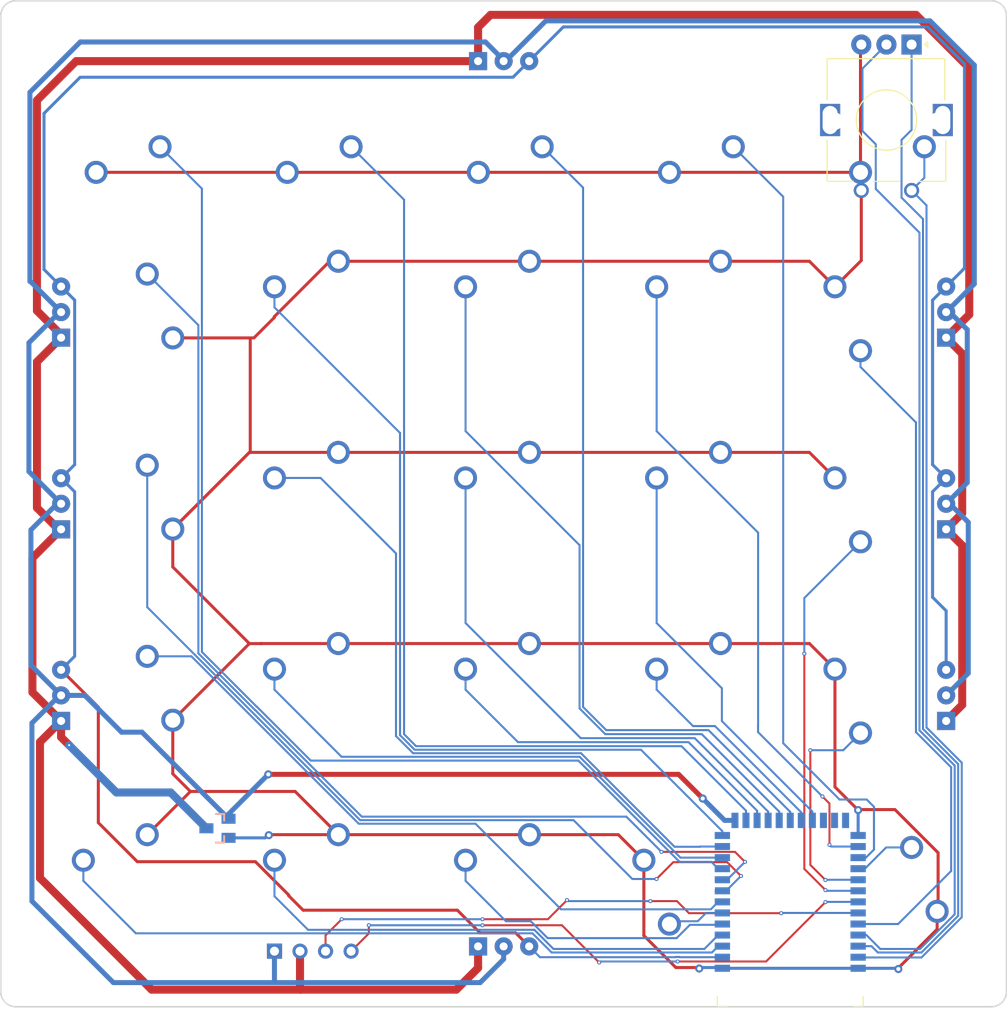
<source format=kicad_pcb>
(kicad_pcb (version 20211014) (generator pcbnew)
  (title_block (title "ortho-board") (rev "v1.0.0") (company "Unknown"))
  (layers (0 "F.Cu" signal) (31 "B.Cu" signal) (34 "B.Paste" user) (35 "F.Paste" user) (36 "B.SilkS" user "B.Silkscreen") (37 "F.SilkS" user "F.Silkscreen") (38 "B.Mask" user) (39 "F.Mask" user) (44 "Edge.Cuts" user))
  (net 0 "")
  (net 1 "GND")
  (net 2 "m_c1_r1")
  (net 3 "m_c1_r2")
  (net 4 "m_c1_r3")
  (net 5 "m_c1_r4")
  (net 6 "m_c1_r5")
  (net 7 "m_c2_r1")
  (net 8 "m_c2_r2")
  (net 9 "m_c2_r3")
  (net 10 "m_c2_r4")
  (net 11 "m_c2_r5")
  (net 12 "m_c3_r1")
  (net 13 "m_c3_r2")
  (net 14 "m_c3_r3")
  (net 15 "m_c3_r4")
  (net 16 "m_c3_r5")
  (net 17 "m_c4_r1")
  (net 18 "m_c4_r2")
  (net 19 "m_c4_r3")
  (net 20 "m_c4_r4")
  (net 21 "m_c4_r5")
  (net 22 "m_c5_r1")
  (net 23 "m_c5_r2")
  (net 24 "m_c5_r3")
  (net 25 "m_c5_r4")
  (net 26 "m_c5_r5")
  (net 27 "DMIN")
  (net 28 "DPLUS")
  (net 29 "ECA")
  (net 30 "ECC")
  (net 31 "XTRA")
  (net 32 "SWDCLK")
  (net 33 "SWDIO")
  (net 34 "VBUS")
  (net 35 "VCC")
  (net 36 "GND_P")
  (footprint "MX" (layer "F.Cu") (at 69.025 -31.025)
    (fp_text reference "S17" hide)
    (fp_text value "" hide)
  )
  (footprint "MX" (layer "F.Cu") (at 12.025 -12.025)
    (fp_text reference "S1" hide)
    (fp_text value "" hide)
  )
  (footprint "MX" (layer "F.Cu") (at 12.025 -69.025 -90)
    (fp_text reference "S4" hide)
    (fp_text value "" hide)
  )
  (footprint "MX" (layer "F.Cu") (at 50.025 -50.025)
    (fp_text reference "S13" hide)
    (fp_text value "" hide)
  )
  (footprint "MX" (layer "F.Cu") (at 69.025 -88.025 180)
    (fp_text reference "S20" hide)
    (fp_text value "" hide)
  )
  (footprint "MX" (layer "F.Cu") (at 31.025 -88.025 180)
    (fp_text reference "S10" hide)
    (fp_text value "" hide)
  )
  (footprint "four_pin_header" (layer "F.Cu") (at 31.025 -5.525 90)
    (fp_text reference "")
    (fp_text value "")
  )
  (footprint "MX" (layer "F.Cu") (at 50.025 -12.025)
    (fp_text reference "S11" hide)
    (fp_text value "" hide)
  )
  (footprint "MountingHole:MountingHole_2.2mm_M2" (layer "F.Cu") (at 97.5 -97.5)
    (fp_text reference "")
    (fp_text value "")
  )
  (footprint "MX" (layer "F.Cu") (at 69.025 -12.025 90)
    (fp_text reference "S16" hide)
    (fp_text value "" hide)
  )
  (footprint "MX" (layer "F.Cu") (at 12.025 -31.025 -90)
    (fp_text reference "S2" hide)
    (fp_text value "" hide)
  )
  (footprint "MX" (layer "F.Cu") (at 31.025 -12.025)
    (fp_text reference "S6" hide)
    (fp_text value "" hide)
  )
  (footprint "MX" (layer "F.Cu") (at 50.025 -69.025)
    (fp_text reference "S14" hide)
    (fp_text value "" hide)
  )
  (footprint "MountingHole:MountingHole_2.2mm_M2" (layer "F.Cu") (at 97.5 -2.5)
    (fp_text reference "")
    (fp_text value "")
  )
  (footprint "MX" (layer "F.Cu") (at 88.025 -50.025 90)
    (fp_text reference "S23" hide)
    (fp_text value "" hide)
  )
  (footprint "rotary_encoder" (layer "F.Cu") (at 88.025 -88.025 -90)
    (fp_text reference "ROT1" hide)
    (fp_text value "")
  )
  (footprint "MX" (layer "F.Cu") (at 88.025 -12.025 -90)
    (fp_text reference "S21" hide)
    (fp_text value "" hide)
  )
  (footprint "MX" (layer "F.Cu") (at 31.025 -50.025)
    (fp_text reference "S8" hide)
    (fp_text value "" hide)
  )
  (footprint "MX" (layer "F.Cu") (at 69.025 -50.025)
    (fp_text reference "S18" hide)
    (fp_text value "" hide)
  )
  (footprint "MX" (layer "F.Cu") (at 12.025 -88.025 180)
    (fp_text reference "S5" hide)
    (fp_text value "" hide)
  )
  (footprint "MountingHole:MountingHole_2.2mm_M2" (layer "F.Cu") (at 2.5 -2.5)
    (fp_text reference "")
    (fp_text value "")
  )
  (footprint "MX" (layer "F.Cu") (at 50.025 -88.025 180)
    (fp_text reference "S15" hide)
    (fp_text value "" hide)
  )
  (footprint "MX" (layer "F.Cu") (at 31.025 -69.025)
    (fp_text reference "S9" hide)
    (fp_text value "" hide)
  )
  (footprint "MX" (layer "F.Cu") (at 69.025 -69.025)
    (fp_text reference "S19" hide)
    (fp_text value "" hide)
  )
  (footprint "MX" (layer "F.Cu") (at 88.025 -31.025 90)
    (fp_text reference "S22" hide)
    (fp_text value "" hide)
  )
  (footprint "MX" (layer "F.Cu") (at 12.025 -50.025 -90)
    (fp_text reference "S3" hide)
    (fp_text value "" hide)
  )
  (footprint "MountingHole:MountingHole_2.2mm_M2" (layer "F.Cu") (at 2.5 -97.5)
    (fp_text reference "")
    (fp_text value "")
  )
  (footprint "MX" (layer "F.Cu") (at 88.025 -69.025 90)
    (fp_text reference "S24" hide)
    (fp_text value "" hide)
  )
  (footprint "MX" (layer "F.Cu") (at 50.025 -31.025)
    (fp_text reference "S12" hide)
    (fp_text value "" hide)
  )
  (footprint "MX" (layer "F.Cu") (at 88.025 -88.025 180)
    (fp_text reference "S25" hide)
    (fp_text value "" hide)
  )
  (footprint "MX" (layer "F.Cu") (at 31.025 -31.025)
    (fp_text reference "S7" hide)
    (fp_text value "" hide)
  )
  (footprint "nRF52840_holyiot_18010" (layer "B.Cu") (at 78.5 -9.525)
    (fp_text reference "")
    (fp_text value "nRF52840_holyiot_18010")
  )
  (footprint "magnetic_connector" (layer "B.Cu") (at 94 -69.05 180)
    (fp_text reference "")
    (fp_text value "")
  )
  (footprint "magnetic_connector" (layer "B.Cu") (at 6 -30.95 180)
    (fp_text reference "")
    (fp_text value "")
  )
  (footprint "magnetic_connector" (layer "B.Cu") (at 6 -69.05 180)
    (fp_text reference "")
    (fp_text value "")
  )
  (footprint "magnetic_connector" (layer "B.Cu") (at 94 -30.95 180)
    (fp_text reference "")
    (fp_text value "")
  )
  (footprint "magnetic_connector" (layer "B.Cu") (at 50 -6 90)
    (fp_text reference "")
    (fp_text value "")
  )
  (footprint "magnetic_connector" (layer "B.Cu") (at 94 -50 180)
    (fp_text reference "")
    (fp_text value "")
  )
  (footprint "magnetic_connector" (layer "B.Cu") (at 6 -50 180)
    (fp_text reference "")
    (fp_text value "")
  )
  (footprint "SOT23" (layer "B.Cu") (at 21.55 -17.74 -90)
    (fp_text reference "")
    (fp_text value "SOT23")
  )
  (footprint "magnetic_connector" (layer "B.Cu") (at 50 -94 90)
    (fp_text reference "")
    (fp_text value "")
  )
  (gr_line (start 100 -1.5) (end 100 -98.5) (layer "Edge.Cuts") (width 0.15))
  (gr_line (start 0 -98.5) (end 0 -1.5) (layer "Edge.Cuts") (width 0.15))
  (gr_line (start 98.5 -100) (end 1.5 -100) (layer "Edge.Cuts") (width 0.15))
  (gr_arc (start 1.5 0) (mid 0.43934 -0.43934) (end 0 -1.5) (layer "Edge.Cuts") (width 0.15))
  (gr_arc (start 100 -1.5) (mid 99.56066 -0.43934) (end 98.5 0) (layer "Edge.Cuts") (width 0.15))
  (gr_arc (start 98.5 -100) (mid 99.56066 -99.56066) (end 100 -98.5) (layer "Edge.Cuts") (width 0.15))
  (gr_line (start 1.5 0) (end 98.5 0) (layer "Edge.Cuts") (width 0.15))
  (gr_arc (start 0 -98.5) (mid 0.43934 -99.56066) (end 1.5 -100) (layer "Edge.Cuts") (width 0.15))
  (segment (start 93.105 -7.705) (end 89.2 -3.8) (width 0.3) (layer "F.Cu") (net 1))
  (segment (start 85.485 -81.225) (end 85.565 -81.145) (width 0.3) (layer "F.Cu") (net 1))
  (segment (start 85.485 -82.945) (end 85.485 -95.565) (width 0.3) (layer "F.Cu") (net 1))
  (segment (start 17.105 -28.485) (end 17.105 -23.155) (width 0.3) (layer "F.Cu") (net 1))
  (segment (start 52.565 -17.105) (end 61.405 -17.105) (width 0.3) (layer "F.Cu") (net 1))
  (segment (start 82.945 -21.855) (end 82.945 -33.565) (width 0.3) (layer "F.Cu") (net 1))
  (segment (start 80.405 -36.105) (end 82.945 -33.565) (width 0.3) (layer "F.Cu") (net 1))
  (segment (start 25.9 -36.1) (end 25.905 -36.105) (width 0.3) (layer "F.Cu") (net 1))
  (segment (start 66.485 -82.945) (end 85.485 -82.945) (width 0.3) (layer "F.Cu") (net 1))
  (segment (start 25.905 -36.105) (end 33.565 -36.105) (width 0.3) (layer "F.Cu") (net 1))
  (segment (start 17.105 -43.715) (end 24.72 -36.1) (width 0.3) (layer "F.Cu") (net 1))
  (segment (start 85.2 -19.6) (end 82.945 -21.855) (width 0.3) (layer "F.Cu") (net 1))
  (segment (start 85.565 -74.185) (end 82.945 -71.565) (width 0.3) (layer "F.Cu") (net 1))
  (segment (start 85.485 -82.945) (end 85.485 -81.225) (width 0.3) (layer "F.Cu") (net 1))
  (segment (start 61.405 -17.105) (end 63.945 -14.565) (width 0.3) (layer "F.Cu") (net 1))
  (segment (start 85.565 -81.145) (end 85.565 -74.185) (width 0.3) (layer "F.Cu") (net 1))
  (segment (start 33.565 -36.105) (end 52.565 -36.105) (width 0.3) (layer "F.Cu") (net 1))
  (segment (start 71.565 -55.105) (end 80.405 -55.105) (width 0.3) (layer "F.Cu") (net 1))
  (segment (start 18.86 -21.4) (end 29.27 -21.4) (width 0.3) (layer "F.Cu") (net 1))
  (segment (start 24.815 -66.485) (end 25.173363 -66.485) (width 0.3) (layer "F.Cu") (net 1))
  (segment (start 33.565 -74.105) (end 52.565 -74.105) (width 0.3) (layer "F.Cu") (net 1))
  (segment (start 17.105 -47.485) (end 24.725 -55.105) (width 0.3) (layer "F.Cu") (net 1))
  (segment (start 93.105 -9.705) (end 93.2 -9.8) (width 0.3) (layer "F.Cu") (net 1))
  (segment (start 85.485 -95.565) (end 85.565 -95.645) (width 0.3) (layer "F.Cu") (net 1))
  (segment (start 32.705 -74.105) (end 33.565 -74.105) (width 0.3) (layer "F.Cu") (net 1))
  (segment (start 17.105 -47.485) (end 17.105 -43.715) (width 0.3) (layer "F.Cu") (net 1))
  (segment (start 24.725 -55.105) (end 24.805 -55.105) (width 0.3) (layer "F.Cu") (net 1))
  (segment (start 52.565 -55.105) (end 71.565 -55.105) (width 0.3) (layer "F.Cu") (net 1))
  (segment (start 29.27 -21.4) (end 33.565 -17.105) (width 0.3) (layer "F.Cu") (net 1))
  (segment (start 25.173363 -66.485) (end 27.195421 -68.507058) (width 0.3) (layer "F.Cu") (net 1))
  (segment (start 14.565 -17.105) (end 18.86 -21.4) (width 0.3) (layer "F.Cu") (net 1))
  (segment (start 67.122887 -3.9) (end 69.4 -3.9) (width 0.3) (layer "F.Cu") (net 1))
  (segment (start 93.105 -9.485) (end 93.105 -9.705) (width 0.3) (layer "F.Cu") (net 1))
  (segment (start 24.805 -55.105) (end 24.805 -66.475) (width 0.3) (layer "F.Cu") (net 1))
  (segment (start 27.195421 -68.595421) (end 32.705 -74.105) (width 0.3) (layer "F.Cu") (net 1))
  (segment (start 47.485 -82.945) (end 66.485 -82.945) (width 0.3) (layer "F.Cu") (net 1))
  (segment (start 93.105 -9.485) (end 93.105 -7.705) (width 0.3) (layer "F.Cu") (net 1))
  (segment (start 17.105 -23.155) (end 18.86 -21.4) (width 0.3) (layer "F.Cu") (net 1))
  (segment (start 24.72 -55.1) (end 24.8 -55.1) (width 0.3) (layer "F.Cu") (net 1))
  (segment (start 93.2 -9.8) (end 93.2 -15.31073) (width 0.3) (layer "F.Cu") (net 1))
  (segment (start 52.565 -74.105) (end 71.565 -74.105) (width 0.3) (layer "F.Cu") (net 1))
  (segment (start 24.8 -55.1) (end 24.805 -55.105) (width 0.3) (layer "F.Cu") (net 1))
  (segment (start 80.405 -55.105) (end 82.945 -52.565) (width 0.3) (layer "F.Cu") (net 1))
  (segment (start 24.805 -55.105) (end 33.565 -55.105) (width 0.3) (layer "F.Cu") (net 1))
  (segment (start 33.565 -55.105) (end 52.565 -55.105) (width 0.3) (layer "F.Cu") (net 1))
  (segment (start 63.945 -14.565) (end 63.945 -7.077887) (width 0.3) (layer "F.Cu") (net 1))
  (segment (start 24.805 -66.475) (end 24.815 -66.485) (width 0.3) (layer "F.Cu") (net 1))
  (segment (start 9.485 -82.945) (end 28.485 -82.945) (width 0.3) (layer "F.Cu") (net 1))
  (segment (start 88.91073 -19.6) (end 85.2 -19.6) (width 0.3) (layer "F.Cu") (net 1))
  (segment (start 27.195421 -68.507058) (end 27.195421 -68.595421) (width 0.3) (layer "F.Cu") (net 1))
  (segment (start 17.105 -47.485) (end 24.72 -55.1) (width 0.3) (layer "F.Cu") (net 1))
  (segment (start 80.405 -74.105) (end 82.945 -71.565) (width 0.3) (layer "F.Cu") (net 1))
  (segment (start 17.105 -28.485) (end 24.72 -36.1) (width 0.3) (layer "F.Cu") (net 1))
  (segment (start 33.565 -17.105) (end 26.605 -17.105) (width 0.3) (layer "F.Cu") (net 1))
  (segment (start 24.72 -36.1) (end 25.9 -36.1) (width 0.3) (layer "F.Cu") (net 1))
  (segment (start 71.565 -36.105) (end 80.405 -36.105) (width 0.3) (layer "F.Cu") (net 1))
  (segment (start 93.2 -15.31073) (end 88.91073 -19.6) (width 0.3) (layer "F.Cu") (net 1))
  (segment (start 17.105 -66.485) (end 24.815 -66.485) (width 0.3) (layer "F.Cu") (net 1))
  (segment (start 52.565 -36.105) (end 71.565 -36.105) (width 0.3) (layer "F.Cu") (net 1))
  (segment (start 28.485 -82.945) (end 47.485 -82.945) (width 0.3) (layer "F.Cu") (net 1))
  (segment (start 33.565 -17.105) (end 52.565 -17.105) (width 0.3) (layer "F.Cu") (net 1))
  (segment (start 71.565 -74.105) (end 80.405 -74.105) (width 0.3) (layer "F.Cu") (net 1))
  (segment (start 63.945 -7.077887) (end 67.122887 -3.9) (width 0.3) (layer "F.Cu") (net 1))
  (via (at 85.25 -19.55) (size 0.8) (drill 0.4) (layers "F.Cu" "B.Cu") (net 1))
  (via (at 26.655 -17.055) (size 0.8) (drill 0.4) (layers "F.Cu" "B.Cu") (net 1))
  (via (at 69.45 -3.8005) (size 0.8) (drill 0.4) (layers "F.Cu" "B.Cu") (net 1))
  (via (at 89.25 -3.75) (size 0.8) (drill 0.4) (layers "F.Cu" "B.Cu") (net 1))
  (segment (start 69.4 -3.9) (end 71.675 -3.9) (width 0.3) (layer "B.Cu") (net 1))
  (segment (start 71.675 -3.9) (end 71.75 -3.825) (width 0.3) (layer "B.Cu") (net 1))
  (segment (start 22.65 -16.79) (end 26.29 -16.79) (width 0.3) (layer "B.Cu") (net 1))
  (segment (start 89.2 -3.8) (end 89.175 -3.825) (width 0.3) (layer "B.Cu") (net 1))
  (segment (start 26.29 -16.79) (end 26.605 -17.105) (width 0.3) (layer "B.Cu") (net 1))
  (segment (start 85.25 -17.025) (end 85.25 -19.55) (width 0.3) (layer "B.Cu") (net 1))
  (segment (start 89.175 -3.825) (end 85.25 -3.825) (width 0.3) (layer "B.Cu") (net 1))
  (segment (start 85.25 -3.825) (end 71.75 -3.825) (width 0.3) (layer "B.Cu") (net 1))
  (segment (start 71.75 -6.025) (end 71.338 -6.025) (width 0.2) (layer "B.Cu") (net 2))
  (segment (start 71.338 -6.025) (end 70.708068 -5.395068) (width 0.2) (layer "B.Cu") (net 2))
  (segment (start 13.43639 -7.299511) (end 8.215 -12.520901) (width 0.2) (layer "B.Cu") (net 2))
  (segment (start 52.866144 -7.299511) (end 13.43639 -7.299511) (width 0.2) (layer "B.Cu") (net 2))
  (segment (start 54.770587 -5.395068) (end 52.866144 -7.299511) (width 0.2) (layer "B.Cu") (net 2))
  (segment (start 70.708068 -5.395068) (end 54.770587 -5.395068) (width 0.2) (layer "B.Cu") (net 2))
  (segment (start 8.215 -12.520901) (end 8.215 -14.565) (width 0.2) (layer "B.Cu") (net 2))
  (segment (start 70.594579 -9.681579) (end 55.718421 -9.681579) (width 0.2) (layer "B.Cu") (net 3))
  (segment (start 18.954496 -34.835) (end 14.565 -34.835) (width 0.2) (layer "B.Cu") (net 3))
  (segment (start 71.338 -10.425) (end 70.594579 -9.681579) (width 0.2) (layer "B.Cu") (net 3))
  (segment (start 71.75 -10.425) (end 71.338 -10.425) (width 0.2) (layer "B.Cu") (net 3))
  (segment (start 35.591496 -18.198) (end 18.954496 -34.835) (width 0.2) (layer "B.Cu") (net 3))
  (segment (start 47.202 -18.198) (end 35.591496 -18.198) (width 0.2) (layer "B.Cu") (net 3))
  (segment (start 55.718421 -9.681579) (end 47.202 -18.198) (width 0.2) (layer "B.Cu") (net 3))
  (segment (start 72.231579 -14.368421) (end 73.6 -13) (width 0.2) (layer "F.Cu") (net 4))
  (segment (start 66.868421 -14.368421) (end 72.231579 -14.368421) (width 0.2) (layer "F.Cu") (net 4))
  (segment (start 65.2 -12.7) (end 66.868421 -14.368421) (width 0.2) (layer "F.Cu") (net 4))
  (via (at 73.6 -13) (size 0.4) (drill 0.2) (layers "F.Cu" "B.Cu") (net 4))
  (via (at 65.2 -12.7) (size 0.4) (drill 0.2) (layers "F.Cu" "B.Cu") (net 4))
  (segment (start 14.565 -53.835) (end 14.565 -39.71878) (width 0.2) (layer "B.Cu") (net 4))
  (segment (start 56.952489 -18.547511) (end 62.8 -12.7) (width 0.2) (layer "B.Cu") (net 4))
  (segment (start 72.125 -11.525) (end 71.75 -11.525) (width 0.2) (layer "B.Cu") (net 4))
  (segment (start 35.736269 -18.547511) (end 56.952489 -18.547511) (width 0.2) (layer "B.Cu") (net 4))
  (segment (start 14.565 -39.71878) (end 35.736269 -18.547511) (width 0.2) (layer "B.Cu") (net 4))
  (segment (start 62.8 -12.7) (end 65.2 -12.7) (width 0.2) (layer "B.Cu") (net 4))
  (segment (start 73.6 -13) (end 72.125 -11.525) (width 0.2) (layer "B.Cu") (net 4))
  (segment (start 65.7 -15.4) (end 73 -15.4) (width 0.2) (layer "F.Cu") (net 5))
  (segment (start 73 -15.4) (end 74 -14.4) (width 0.2) (layer "F.Cu") (net 5))
  (via (at 74 -14.4) (size 0.4) (drill 0.2) (layers "F.Cu" "B.Cu") (net 5))
  (via (at 65.7 -15.4) (size 0.4) (drill 0.2) (layers "F.Cu" "B.Cu") (net 5))
  (segment (start 19.650489 -35.127574) (end 25.302996 -29.475068) (width 0.2) (layer "B.Cu") (net 5))
  (segment (start 25.302996 -29.475068) (end 25.319216 -29.475068) (width 0.2) (layer "B.Cu") (net 5))
  (segment (start 25.319216 -29.475068) (end 35.897262 -18.897022) (width 0.2) (layer "B.Cu") (net 5))
  (segment (start 62.202978 -18.897022) (end 65.7 -15.4) (width 0.2) (layer "B.Cu") (net 5))
  (segment (start 19.650489 -67.749511) (end 19.650489 -35.127574) (width 0.2) (layer "B.Cu") (net 5))
  (segment (start 72.225 -12.625) (end 71.75 -12.625) (width 0.2) (layer "B.Cu") (net 5))
  (segment (start 35.897262 -18.897022) (end 62.202978 -18.897022) (width 0.2) (layer "B.Cu") (net 5))
  (segment (start 74 -14.4) (end 72.225 -12.625) (width 0.2) (layer "B.Cu") (net 5))
  (segment (start 14.565 -72.835) (end 19.650489 -67.749511) (width 0.2) (layer "B.Cu") (net 5))
  (segment (start 25.463988 -29.824579) (end 30.820722 -24.467845) (width 0.2) (layer "B.Cu") (net 6))
  (segment (start 20 -35.272347) (end 25.447768 -29.824579) (width 0.2) (layer "B.Cu") (net 6))
  (segment (start 15.835 -85.485) (end 20 -81.32) (width 0.2) (layer "B.Cu") (net 6))
  (segment (start 57.432155 -24.467845) (end 67.5 -14.4) (width 0.2) (layer "B.Cu") (net 6))
  (segment (start 71.338 -13.725) (end 71.75 -13.725) (width 0.2) (layer "B.Cu") (net 6))
  (segment (start 20 -81.32) (end 20 -35.272347) (width 0.2) (layer "B.Cu") (net 6))
  (segment (start 25.447768 -29.824579) (end 25.463988 -29.824579) (width 0.2) (layer "B.Cu") (net 6))
  (segment (start 30.820722 -24.467845) (end 57.432155 -24.467845) (width 0.2) (layer "B.Cu") (net 6))
  (segment (start 67.5 -14.4) (end 70.663 -14.4) (width 0.2) (layer "B.Cu") (net 6))
  (segment (start 70.663 -14.4) (end 71.338 -13.725) (width 0.2) (layer "B.Cu") (net 6))
  (segment (start 53.056694 -7.649022) (end 30.550978 -7.649022) (width 0.2) (layer "B.Cu") (net 7))
  (segment (start 71.338 -7.125) (end 69.957579 -5.744579) (width 0.2) (layer "B.Cu") (net 7))
  (segment (start 30.550978 -7.649022) (end 27.215 -10.985) (width 0.2) (layer "B.Cu") (net 7))
  (segment (start 27.215 -10.985) (end 27.215 -14.565) (width 0.2) (layer "B.Cu") (net 7))
  (segment (start 69.957579 -5.744579) (end 54.961137 -5.744579) (width 0.2) (layer "B.Cu") (net 7))
  (segment (start 54.961137 -5.744579) (end 53.056694 -7.649022) (width 0.2) (layer "B.Cu") (net 7))
  (segment (start 71.75 -7.125) (end 71.338 -7.125) (width 0.2) (layer "B.Cu") (net 7))
  (segment (start 57.555228 -24.850489) (end 33.885412 -24.850489) (width 0.2) (layer "B.Cu") (net 8))
  (segment (start 27.215 -31.520901) (end 27.215 -33.565) (width 0.2) (layer "B.Cu") (net 8))
  (segment (start 67.580717 -14.825) (end 57.555228 -24.850489) (width 0.2) (layer "B.Cu") (net 8))
  (segment (start 71.75 -14.825) (end 67.580717 -14.825) (width 0.2) (layer "B.Cu") (net 8))
  (segment (start 33.885412 -24.850489) (end 27.215 -31.520901) (width 0.2) (layer "B.Cu") (net 8))
  (segment (start 57.7 -25.2) (end 41.005717 -25.2) (width 0.2) (layer "B.Cu") (net 9))
  (segment (start 41.005717 -25.2) (end 39.3 -26.905717) (width 0.2) (layer "B.Cu") (net 9))
  (segment (start 31.799099 -52.565) (end 27.215 -52.565) (width 0.2) (layer "B.Cu") (net 9))
  (segment (start 39.3 -45.064099) (end 31.799099 -52.565) (width 0.2) (layer "B.Cu") (net 9))
  (segment (start 39.3 -26.905717) (end 39.3 -45.064099) (width 0.2) (layer "B.Cu") (net 9))
  (segment (start 66.995421 -15.904579) (end 57.7 -25.2) (width 0.2) (layer "B.Cu") (net 9))
  (segment (start 71.75 -15.925) (end 69.542653 -15.925) (width 0.2) (layer "B.Cu") (net 9))
  (segment (start 69.542653 -15.925) (end 69.522232 -15.904579) (width 0.2) (layer "B.Cu") (net 9))
  (segment (start 69.522232 -15.904579) (end 66.995421 -15.904579) (width 0.2) (layer "B.Cu") (net 9))
  (segment (start 71.75 -17.45) (end 63.649511 -25.550489) (width 0.2) (layer "B.Cu") (net 10))
  (segment (start 41.149511 -25.550489) (end 39.7 -27) (width 0.2) (layer "B.Cu") (net 10))
  (segment (start 39.7 -27) (end 39.7 -57.035901) (width 0.2) (layer "B.Cu") (net 10))
  (segment (start 63.649511 -25.550489) (end 41.149511 -25.550489) (width 0.2) (layer "B.Cu") (net 10))
  (segment (start 39.7 -57.035901) (end 27.215 -69.520901) (width 0.2) (layer "B.Cu") (net 10))
  (segment (start 27.215 -69.520901) (end 27.215 -71.565) (width 0.2) (layer "B.Cu") (net 10))
  (segment (start 71.75 -17.025) (end 71.75 -17.45) (width 0.2) (layer "B.Cu") (net 10))
  (segment (start 41.3 -25.9) (end 40.1 -27.1) (width 0.2) (layer "B.Cu") (net 11))
  (segment (start 40.1 -80.22) (end 34.835 -85.485) (width 0.2) (layer "B.Cu") (net 11))
  (segment (start 67.687 -25.9) (end 41.3 -25.9) (width 0.2) (layer "B.Cu") (net 11))
  (segment (start 40.1 -27.1) (end 40.1 -80.22) (width 0.2) (layer "B.Cu") (net 11))
  (segment (start 74.1 -19.487) (end 67.687 -25.9) (width 0.2) (layer "B.Cu") (net 11))
  (segment (start 74.1 -18.525) (end 74.1 -19.487) (width 0.2) (layer "B.Cu") (net 11))
  (segment (start 54.377511 -6.822489) (end 52.7 -8.5) (width 0.2) (layer "B.Cu") (net 12))
  (segment (start 67.204836 -6.822489) (end 54.377511 -6.822489) (width 0.2) (layer "B.Cu") (net 12))
  (segment (start 50.235901 -8.5) (end 46.215 -12.520901) (width 0.2) (layer "B.Cu") (net 12))
  (segment (start 71.670421 -8.145421) (end 68.527768 -8.145421) (width 0.2) (layer "B.Cu") (net 12))
  (segment (start 46.215 -12.520901) (end 46.215 -14.565) (width 0.2) (layer "B.Cu") (net 12))
  (segment (start 71.75 -8.225) (end 71.670421 -8.145421) (width 0.2) (layer "B.Cu") (net 12))
  (segment (start 52.7 -8.5) (end 50.235901 -8.5) (width 0.2) (layer "B.Cu") (net 12))
  (segment (start 68.527768 -8.145421) (end 67.204836 -6.822489) (width 0.2) (layer "B.Cu") (net 12))
  (segment (start 68.387 -26.3) (end 75.2 -19.487) (width 0.2) (layer "B.Cu") (net 13))
  (segment (start 46.215 -33.565) (end 46.215 -31.520901) (width 0.2) (layer "B.Cu") (net 13))
  (segment (start 46.215 -31.520901) (end 51.435901 -26.3) (width 0.2) (layer "B.Cu") (net 13))
  (segment (start 75.2 -19.487) (end 75.2 -18.525) (width 0.2) (layer "B.Cu") (net 13))
  (segment (start 51.435901 -26.3) (end 68.387 -26.3) (width 0.2) (layer "B.Cu") (net 13))
  (segment (start 46.215 -38.149099) (end 57.664099 -26.7) (width 0.2) (layer "B.Cu") (net 14))
  (segment (start 69 -26.7) (end 76.3 -19.4) (width 0.2) (layer "B.Cu") (net 14))
  (segment (start 76.3 -19.4) (end 76.3 -18.525) (width 0.2) (layer "B.Cu") (net 14))
  (segment (start 46.215 -52.565) (end 46.215 -38.149099) (width 0.2) (layer "B.Cu") (net 14))
  (segment (start 57.664099 -26.7) (end 69 -26.7) (width 0.2) (layer "B.Cu") (net 14))
  (segment (start 69.7 -27.1) (end 77.4 -19.4) (width 0.2) (layer "B.Cu") (net 15))
  (segment (start 60.105717 -27.1) (end 69.7 -27.1) (width 0.2) (layer "B.Cu") (net 15))
  (segment (start 46.215 -71.565) (end 46.215 -57.217347) (width 0.2) (layer "B.Cu") (net 15))
  (segment (start 57.550489 -45.881858) (end 57.550489 -29.655228) (width 0.2) (layer "B.Cu") (net 15))
  (segment (start 57.550489 -29.655228) (end 60.105717 -27.1) (width 0.2) (layer "B.Cu") (net 15))
  (segment (start 77.4 -19.4) (end 77.4 -18.525) (width 0.2) (layer "B.Cu") (net 15))
  (segment (start 46.215 -57.217347) (end 57.550489 -45.881858) (width 0.2) (layer "B.Cu") (net 15))
  (segment (start 57.9 -29.8) (end 60.2 -27.5) (width 0.2) (layer "B.Cu") (net 16))
  (segment (start 57.9 -81.42) (end 57.9 -29.8) (width 0.2) (layer "B.Cu") (net 16))
  (segment (start 53.835 -85.485) (end 57.9 -81.42) (width 0.2) (layer "B.Cu") (net 16))
  (segment (start 70.3685 -27.5) (end 78.5 -19.3685) (width 0.2) (layer "B.Cu") (net 16))
  (segment (start 60.2 -27.5) (end 70.3685 -27.5) (width 0.2) (layer "B.Cu") (net 16))
  (segment (start 78.5 -19.3685) (end 78.5 -18.525) (width 0.2) (layer "B.Cu") (net 16))
  (segment (start 71.75 -9.325) (end 70.125 -9.325) (width 0.2) (layer "B.Cu") (net 17))
  (segment (start 70.125 -9.325) (end 69.294932 -8.494932) (width 0.2) (layer "B.Cu") (net 17))
  (segment (start 69.294932 -8.494932) (end 66.764932 -8.494932) (width 0.2) (layer "B.Cu") (net 17))
  (segment (start 66.764932 -8.494932) (end 66.485 -8.215) (width 0.2) (layer "B.Cu") (net 17))
  (segment (start 65.215 -31.520901) (end 68.835901 -27.9) (width 0.2) (layer "B.Cu") (net 18))
  (segment (start 65.215 -33.565) (end 65.215 -31.520901) (width 0.2) (layer "B.Cu") (net 18))
  (segment (start 68.835901 -27.9) (end 71.018011 -27.9) (width 0.2) (layer "B.Cu") (net 18))
  (segment (start 71.018011 -27.9) (end 79.6 -19.318011) (width 0.2) (layer "B.Cu") (net 18))
  (segment (start 79.6 -19.318011) (end 79.6 -18.525) (width 0.2) (layer "B.Cu") (net 18))
  (segment (start 65.215 -38.149099) (end 71.7 -31.664099) (width 0.2) (layer "B.Cu") (net 19))
  (segment (start 80.7 -19.4) (end 80.7 -18.525) (width 0.2) (layer "B.Cu") (net 19))
  (segment (start 65.215 -52.565) (end 65.215 -38.149099) (width 0.2) (layer "B.Cu") (net 19))
  (segment (start 71.7 -28.4) (end 80.7 -19.4) (width 0.2) (layer "B.Cu") (net 19))
  (segment (start 71.7 -31.664099) (end 71.7 -28.4) (width 0.2) (layer "B.Cu") (net 19))
  (segment (start 82.4 -20.2) (end 82.4 -16.1) (width 0.2) (layer "F.Cu") (net 20))
  (segment (start 81.7 -20.9) (end 82.4 -20.2) (width 0.2) (layer "F.Cu") (net 20))
  (via (at 81.7 -20.9) (size 0.4) (drill 0.2) (layers "F.Cu" "B.Cu") (net 20))
  (via (at 82.4 -16.1) (size 0.4) (drill 0.2) (layers "F.Cu" "B.Cu") (net 20))
  (segment (start 75.305421 -28.005421) (end 75.3 -28) (width 0.2) (layer "B.Cu") (net 20))
  (segment (start 65.215 -57.217347) (end 75.305421 -47.126926) (width 0.2) (layer "B.Cu") (net 20))
  (segment (start 75.305421 -47.126926) (end 75.305421 -28.005421) (width 0.2) (layer "B.Cu") (net 20))
  (segment (start 82.4 -16.1) (end 82.575 -15.925) (width 0.2) (layer "B.Cu") (net 20))
  (segment (start 65.215 -71.565) (end 65.215 -57.217347) (width 0.2) (layer "B.Cu") (net 20))
  (segment (start 82.575 -15.925) (end 85.25 -15.925) (width 0.2) (layer "B.Cu") (net 20))
  (segment (start 75.3 -28) (end 75.3 -27.3) (width 0.2) (layer "B.Cu") (net 20))
  (segment (start 75.3 -27.3) (end 81.7 -20.9) (width 0.2) (layer "B.Cu") (net 20))
  (segment (start 77.8 -80.52) (end 77.8 -26.2) (width 0.2) (layer "B.Cu") (net 21))
  (segment (start 86.824579 -15.624579) (end 86.025 -14.825) (width 0.2) (layer "B.Cu") (net 21))
  (segment (start 72.835 -85.485) (end 77.8 -80.52) (width 0.2) (layer "B.Cu") (net 21))
  (segment (start 86.824579 -19.875421) (end 86.824579 -15.624579) (width 0.2) (layer "B.Cu") (net 21))
  (segment (start 86.025 -14.825) (end 85.25 -14.825) (width 0.2) (layer "B.Cu") (net 21))
  (segment (start 83.4 -20.6) (end 86.1 -20.6) (width 0.2) (layer "B.Cu") (net 21))
  (segment (start 86.1 -20.6) (end 86.824579 -19.875421) (width 0.2) (layer "B.Cu") (net 21))
  (segment (start 77.8 -26.2) (end 83.4 -20.6) (width 0.2) (layer "B.Cu") (net 21))
  (segment (start 85.925 -13.725) (end 88.035 -15.835) (width 0.2) (layer "B.Cu") (net 22))
  (segment (start 85.25 -13.725) (end 85.925 -13.725) (width 0.2) (layer "B.Cu") (net 22))
  (segment (start 88.035 -15.835) (end 90.565 -15.835) (width 0.2) (layer "B.Cu") (net 22))
  (segment (start 80.5 -25.5) (end 80.5 -14.1) (width 0.2) (layer "F.Cu") (net 23))
  (segment (start 80.5 -14.1) (end 82 -12.6) (width 0.2) (layer "F.Cu") (net 23))
  (via (at 80.5 -25.5) (size 0.4) (drill 0.2) (layers "F.Cu" "B.Cu") (net 23))
  (via (at 82 -12.6) (size 0.4) (drill 0.2) (layers "F.Cu" "B.Cu") (net 23))
  (segment (start 80.5 -25.5) (end 83.77 -25.5) (width 0.2) (layer "B.Cu") (net 23))
  (segment (start 83.77 -25.5) (end 85.485 -27.215) (width 0.2) (layer "B.Cu") (net 23))
  (segment (start 85.25 -12.625) (end 82.025 -12.625) (width 0.2) (layer "B.Cu") (net 23))
  (segment (start 82.025 -12.625) (end 82 -12.6) (width 0.2) (layer "B.Cu") (net 23))
  (segment (start 79.900001 -35.100001) (end 79.900001 -13.699999) (width 0.2) (layer "F.Cu") (net 24))
  (segment (start 79.900001 -13.699999) (end 82 -11.6) (width 0.2) (layer "F.Cu") (net 24))
  (via (at 82 -11.6) (size 0.4) (drill 0.2) (layers "F.Cu" "B.Cu") (net 24))
  (via (at 79.900001 -35.100001) (size 0.4) (drill 0.2) (layers "F.Cu" "B.Cu") (net 24))
  (segment (start 85.25 -11.525) (end 82.075 -11.525) (width 0.2) (layer "B.Cu") (net 24))
  (segment (start 82.075 -11.525) (end 82 -11.6) (width 0.2) (layer "B.Cu") (net 24))
  (segment (start 79.9 -40.63) (end 79.900001 -35.100001) (width 0.2) (layer "B.Cu") (net 24))
  (segment (start 85.485 -46.215) (end 79.9 -40.63) (width 0.2) (layer "B.Cu") (net 24))
  (segment (start 85.485 -63.598554) (end 85.485 -65.215) (width 0.2) (layer "B.Cu") (net 25))
  (segment (start 85.25 -8.225) (end 89.225 -8.225) (width 0.2) (layer "B.Cu") (net 25))
  (segment (start 89.225 -8.225) (end 94.5 -13.5) (width 0.2) (layer "B.Cu") (net 25))
  (segment (start 91 -27.3) (end 91 -58.083554) (width 0.2) (layer "B.Cu") (net 25))
  (segment (start 94.5 -23.8) (end 91 -27.3) (width 0.2) (layer "B.Cu") (net 25))
  (segment (start 94.5 -13.5) (end 94.5 -23.8) (width 0.2) (layer "B.Cu") (net 25))
  (segment (start 91 -58.083554) (end 85.485 -63.598554) (width 0.2) (layer "B.Cu") (net 25))
  (segment (start 95.548542 -8.899942) (end 95.548542 -24.262436) (width 0.2) (layer "B.Cu") (net 26))
  (segment (start 90.565 -81.145) (end 91.835 -82.415) (width 0.2) (layer "B.Cu") (net 26))
  (segment (start 85.25 -4.925) (end 85.275 -4.9) (width 0.2) (layer "B.Cu") (net 26))
  (segment (start 95.548542 -24.262436) (end 92.048532 -27.762446) (width 0.2) (layer "B.Cu") (net 26))
  (segment (start 85.275 -4.9) (end 91.5486 -4.9) (width 0.2) (layer "B.Cu") (net 26))
  (segment (start 92.048532 -79.661468) (end 90.565 -81.145) (width 0.2) (layer "B.Cu") (net 26))
  (segment (start 91.5486 -4.9) (end 95.548542 -8.899942) (width 0.2) (layer "B.Cu") (net 26))
  (segment (start 91.835 -82.415) (end 91.835 -85.485) (width 0.2) (layer "B.Cu") (net 26))
  (segment (start 92.048532 -27.762446) (end 92.048532 -79.661468) (width 0.2) (layer "B.Cu") (net 26))
  (segment (start 91.549374 -5.395059) (end 95.199031 -9.044716) (width 0.2) (layer "B.Cu") (net 29))
  (segment (start 86.575 -6.025) (end 87.204941 -5.395059) (width 0.2) (layer "B.Cu") (net 29))
  (segment (start 87.204941 -5.395059) (end 91.549374 -5.395059) (width 0.2) (layer "B.Cu") (net 29))
  (segment (start 91.699022 -78.300978) (end 89.565489 -80.434511) (width 0.2) (layer "B.Cu") (net 29))
  (segment (start 90.565 -87.165) (end 90.565 -95.645) (width 0.2) (layer "B.Cu") (net 29))
  (segment (start 95.199031 -9.044716) (end 95.199031 -24.117664) (width 0.2) (layer "B.Cu") (net 29))
  (segment (start 95.199031 -24.117664) (end 91.699022 -27.617673) (width 0.2) (layer "B.Cu") (net 29))
  (segment (start 91.699022 -27.617673) (end 91.699022 -78.300978) (width 0.2) (layer "B.Cu") (net 29))
  (segment (start 89.565489 -80.434511) (end 89.565489 -86.165489) (width 0.2) (layer "B.Cu") (net 29))
  (segment (start 89.565489 -86.165489) (end 90.565 -87.165) (width 0.2) (layer "B.Cu") (net 29))
  (segment (start 85.25 -6.025) (end 86.575 -6.025) (width 0.2) (layer "B.Cu") (net 29))
  (segment (start 94.849511 -23.972901) (end 91.349511 -27.472901) (width 0.2) (layer "B.Cu") (net 30))
  (segment (start 85.681579 -93.261579) (end 88.065 -95.645) (width 0.2) (layer "B.Cu") (net 30))
  (segment (start 85.25 -7.125) (end 86.075 -7.125) (width 0.2) (layer "B.Cu") (net 30))
  (segment (start 91.404599 -5.744579) (end 94.849511 -9.189491) (width 0.2) (layer "B.Cu") (net 30))
  (segment (start 87 -85.735901) (end 85.681579 -87.054322) (width 0.2) (layer "B.Cu") (net 30))
  (segment (start 87.455421 -5.744579) (end 91.404599 -5.744579) (width 0.2) (layer "B.Cu") (net 30))
  (segment (start 91.349511 -27.472901) (end 91.349511 -76.950489) (width 0.2) (layer "B.Cu") (net 30))
  (segment (start 87 -81.3) (end 87 -85.735901) (width 0.2) (layer "B.Cu") (net 30))
  (segment (start 86.075 -7.125) (end 87.455421 -5.744579) (width 0.2) (layer "B.Cu") (net 30))
  (segment (start 91.349511 -76.950489) (end 87 -81.3) (width 0.2) (layer "B.Cu") (net 30))
  (segment (start 94.849511 -9.189491) (end 94.849511 -23.972901) (width 0.2) (layer "B.Cu") (net 30))
  (segment (start 85.681579 -87.054322) (end 85.681579 -93.261579) (width 0.2) (layer "B.Cu") (net 30))
  (segment (start 28.631579 -11.108401) (end 25.321559 -14.418421) (width 0.3) (layer "F.Cu") (net 31))
  (segment (start 28.631579 -11.033611) (end 28.631579 -11.108401) (width 0.3) (layer "F.Cu") (net 31))
  (segment (start 9.7 -29.79) (end 6 -33.49) (width 0.3) (layer "F.Cu") (net 31))
  (segment (start 13.581579 -14.418421) (end 9.7 -18.3) (width 0.3) (layer "F.Cu") (net 31))
  (segment (start 45.4 -9.6) (end 30.06519 -9.6) (width 0.3) (layer "F.Cu") (net 31))
  (segment (start 51.190489 -7.349511) (end 47.650489 -7.349511) (width 0.3) (layer "F.Cu") (net 31))
  (segment (start 25.321559 -14.418421) (end 13.581579 -14.418421) (width 0.3) (layer "F.Cu") (net 31))
  (segment (start 9.7 -18.3) (end 9.7 -29.79) (width 0.3) (layer "F.Cu") (net 31))
  (segment (start 52.54 -6) (end 51.190489 -7.349511) (width 0.3) (layer "F.Cu") (net 31))
  (segment (start 47.650489 -7.349511) (end 45.4 -9.6) (width 0.3) (layer "F.Cu") (net 31))
  (segment (start 30.06519 -9.6) (end 28.631579 -11.033611) (width 0.3) (layer "F.Cu") (net 31))
  (segment (start 4.3 -73.29) (end 6 -71.59) (width 0.3) (layer "B.Cu") (net 31))
  (segment (start 7.349511 -70.240489) (end 7.349511 -53.889511) (width 0.3) (layer "B.Cu") (net 31))
  (segment (start 4.3 -88.8) (end 4.3 -73.29) (width 0.3) (layer "B.Cu") (net 31))
  (segment (start 92.650489 -53.889511) (end 94 -52.54) (width 0.3) (layer "B.Cu") (net 31))
  (segment (start 67.510691 -4.925) (end 67.48619 -4.949501) (width 0.2) (layer "B.Cu") (net 31))
  (segment (start 55.94048 -97.40048) (end 92.15167 -97.40048) (width 0.3) (layer "B.Cu") (net 31))
  (segment (start 7.349511 -53.889511) (end 6 -52.54) (width 0.3) (layer "B.Cu") (net 31))
  (segment (start 92.650489 -40.708787) (end 92.650489 -51.190489) (width 0.3) (layer "B.Cu") (net 31))
  (segment (start 94 -33.49) (end 94 -39.359276) (width 0.3) (layer "B.Cu") (net 31))
  (segment (start 92.650489 -51.190489) (end 94 -52.54) (width 0.3) (layer "B.Cu") (net 31))
  (segment (start 50.94 -92.4) (end 7.9 -92.4) (width 0.3) (layer "B.Cu") (net 31))
  (segment (start 92.15167 -97.40048) (end 95.826075 -93.726075) (width 0.3) (layer "B.Cu") (net 31))
  (segment (start 92.650489 -70.240489) (end 92.650489 -53.889511) (width 0.3) (layer "B.Cu") (net 31))
  (segment (start 7.349511 -51.190489) (end 6 -52.54) (width 0.3) (layer "B.Cu") (net 31))
  (segment (start 67.089309 -4.925) (end 53.615 -4.925) (width 0.2) (layer "B.Cu") (net 31))
  (segment (start 52.54 -94) (end 55.94048 -97.40048) (width 0.3) (layer "B.Cu") (net 31))
  (segment (start 71.75 -4.925) (end 67.510691 -4.925) (width 0.2) (layer "B.Cu") (net 31))
  (segment (start 6 -71.59) (end 7.349511 -70.240489) (width 0.3) (layer "B.Cu") (net 31))
  (segment (start 95.7 -73.3) (end 95.7 -73.29) (width 0.3) (layer "B.Cu") (net 31))
  (segment (start 52.54 -94) (end 50.94 -92.4) (width 0.3) (layer "B.Cu") (net 31))
  (segment (start 67.11381 -4.949501) (end 67.089309 -4.925) (width 0.2) (layer "B.Cu") (net 31))
  (segment (start 7.349511 -34.839511) (end 7.349511 -51.190489) (width 0.3) (layer "B.Cu") (net 31))
  (segment (start 95.7 -73.29) (end 94 -71.59) (width 0.3) (layer "B.Cu") (net 31))
  (segment (start 95.826075 -93.726075) (end 95.826075 -73.426075) (width 0.3) (layer "B.Cu") (net 31))
  (segment (start 94 -39.359276) (end 92.650489 -40.708787) (width 0.3) (layer "B.Cu") (net 31))
  (segment (start 67.48619 -4.949501) (end 67.11381 -4.949501) (width 0.2) (layer "B.Cu") (net 31))
  (segment (start 94 -71.59) (end 92.650489 -70.240489) (width 0.3) (layer "B.Cu") (net 31))
  (segment (start 7.9 -92.4) (end 4.3 -88.8) (width 0.3) (layer "B.Cu") (net 31))
  (segment (start 53.615 -4.925) (end 52.54 -6) (width 0.2) (layer "B.Cu") (net 31))
  (segment (start 95.826075 -73.426075) (end 95.7 -73.3) (width 0.3) (layer "B.Cu") (net 31))
  (segment (start 6 -33.49) (end 7.349511 -34.839511) (width 0.3) (layer "B.Cu") (net 31))
  (segment (start 55.8 -8.1) (end 47.9 -8.1) (width 0.2) (layer "F.Cu") (net 32))
  (segment (start 59.5 -4.4) (end 55.8 -8.1) (width 0.2) (layer "F.Cu") (net 32))
  (segment (start 36.6 -8.1) (end 36.6 -7.29) (width 0.2) (layer "F.Cu") (net 32))
  (segment (start 82 -10.4) (end 76.1 -4.5) (width 0.2) (layer "F.Cu") (net 32))
  (segment (start 36.6 -7.29) (end 34.835 -5.525) (width 0.2) (layer "F.Cu") (net 32))
  (segment (start 76.1 -4.5) (end 67.3 -4.5) (width 0.2) (layer "F.Cu") (net 32))
  (via (at 82 -10.4) (size 0.4) (drill 0.2) (layers "F.Cu" "B.Cu") (net 32))
  (via (at 47.9 -8.1) (size 0.4) (drill 0.2) (layers "F.Cu" "B.Cu") (net 32))
  (via (at 36.6 -8.1) (size 0.4) (drill 0.2) (layers "F.Cu" "B.Cu") (net 32))
  (via (at 59.5 -4.4) (size 0.4) (drill 0.2) (layers "F.Cu" "B.Cu") (net 32))
  (via (at 67.3 -4.5) (size 0.4) (drill 0.2) (layers "F.Cu" "B.Cu") (net 32))
  (segment (start 47.9 -8.1) (end 36.6 -8.1) (width 0.2) (layer "B.Cu") (net 32))
  (segment (start 59.6 -4.5) (end 59.5 -4.4) (width 0.2) (layer "B.Cu") (net 32))
  (segment (start 67.3 -4.5) (end 59.6 -4.5) (width 0.2) (layer "B.Cu") (net 32))
  (segment (start 82.025 -10.425) (end 82 -10.4) (width 0.2) (layer "B.Cu") (net 32))
  (segment (start 85.25 -10.425) (end 82.025 -10.425) (width 0.2) (layer "B.Cu") (net 32))
  (segment (start 68.435901 -9.3) (end 67.235901 -10.5) (width 0.2) (layer "F.Cu") (net 33))
  (segment (start 77.6 -9.3) (end 68.435901 -9.3) (width 0.2) (layer "F.Cu") (net 33))
  (segment (start 54.4 -8.7) (end 47.9 -8.7) (width 0.2) (layer "F.Cu") (net 33))
  (segment (start 33.9 -8.7) (end 32.295 -7.095) (width 0.2) (layer "F.Cu") (net 33))
  (segment (start 32.295 -7.095) (end 32.295 -5.525) (width 0.2) (layer "F.Cu") (net 33))
  (segment (start 67.235901 -10.5) (end 64.6 -10.5) (width 0.2) (layer "F.Cu") (net 33))
  (segment (start 56.3 -10.6) (end 54.4 -8.7) (width 0.2) (layer "F.Cu") (net 33))
  (via (at 47.9 -8.7) (size 0.4) (drill 0.2) (layers "F.Cu" "B.Cu") (net 33))
  (via (at 33.9 -8.7) (size 0.4) (drill 0.2) (layers "F.Cu" "B.Cu") (net 33))
  (via (at 77.6 -9.3) (size 0.4) (drill 0.2) (layers "F.Cu" "B.Cu") (net 33))
  (via (at 56.3 -10.6) (size 0.4) (drill 0.2) (layers "F.Cu" "B.Cu") (net 33))
  (via (at 64.6 -10.5) (size 0.4) (drill 0.2) (layers "F.Cu" "B.Cu") (net 33))
  (segment (start 77.625 -9.325) (end 77.6 -9.3) (width 0.2) (layer "B.Cu") (net 33))
  (segment (start 64.6 -10.5) (end 56.4 -10.5) (width 0.2) (layer "B.Cu") (net 33))
  (segment (start 85.25 -9.325) (end 77.625 -9.325) (width 0.2) (layer "B.Cu") (net 33))
  (segment (start 47.9 -8.7) (end 33.9 -8.7) (width 0.2) (layer "B.Cu") (net 33))
  (segment (start 56.4 -10.5) (end 56.3 -10.6) (width 0.2) (layer "B.Cu") (net 33))
  (segment (start 26.6 -23.1) (end 67.4 -23.1) (width 0.5) (layer "F.Cu") (net 35))
  (segment (start 67.4 -23.1) (end 69.8 -20.7) (width 0.5) (layer "F.Cu") (net 35))
  (via (at 69.8 -20.7) (size 0.8) (drill 0.4) (layers "F.Cu" "B.Cu") (net 35))
  (via (at 26.6 -23.1) (size 0.8) (drill 0.4) (layers "F.Cu" "B.Cu") (net 35))
  (segment (start 94 -50) (end 94.359022 -50) (width 0.5) (layer "B.Cu") (net 35))
  (segment (start 50 -94) (end 50.2 -94) (width 0.5) (layer "B.Cu") (net 35))
  (segment (start 6 -69.05) (end 5.85 -69.05) (width 0.5) (layer "B.Cu") (net 35))
  (segment (start 94 -69.05) (end 94.359022 -69.05) (width 0.5) (layer "B.Cu") (net 35))
  (segment (start 73 -18.525) (end 71.975 -18.525) (width 0.5) (layer "B.Cu") (net 35))
  (segment (start 96.2 -33.15) (end 94 -30.95) (width 0.5) (layer "B.Cu") (net 35))
  (segment (start 50 -94.1) (end 48.2 -95.9) (width 0.5) (layer "B.Cu") (net 35))
  (segment (start 92.4 -98) (end 96.8 -93.6) (width 0.5) (layer "B.Cu") (net 35))
  (segment (start 22.65 -19.15) (end 26.6 -23.1) (width 0.5) (layer "B.Cu") (net 35))
  (segment (start 50 -4.727208) (end 50 -6) (width 0.5) (layer "B.Cu") (net 35))
  (segment (start 5.85 -69.05) (end 2.8 -66) (width 0.5) (layer "B.Cu") (net 35))
  (segment (start 50.2 -94) (end 54.2 -98) (width 0.5) (layer "B.Cu") (net 35))
  (segment (start 2.9 -72.1) (end 2.95 -72.1) (width 0.5) (layer "B.Cu") (net 35))
  (segment (start 3.1 -28.2) (end 3.1 -10.5) (width 0.5) (layer "B.Cu") (net 35))
  (segment (start 27.215 -2.485) (end 27.3 -2.4) (width 0.5) (layer "B.Cu") (net 35))
  (segment (start 47.672792 -2.4) (end 50 -4.727208) (width 0.5) (layer "B.Cu") (net 35))
  (segment (start 12.004579 -27.295421) (end 14.044579 -27.295421) (width 0.5) (layer "B.Cu") (net 35))
  (segment (start 3 -47.4) (end 3 -33.95) (width 0.5) (layer "B.Cu") (net 35))
  (segment (start 27.215 -5.525) (end 27.215 -2.485) (width 0.5) (layer "B.Cu") (net 35))
  (segment (start 22.65 -18.69) (end 22.65 -19.15) (width 0.5) (layer "B.Cu") (net 35))
  (segment (start 7.9 -95.9) (end 2.9 -90.9) (width 0.5) (layer "B.Cu") (net 35))
  (segment (start 2.95 -72.1) (end 6 -69.05) (width 0.5) (layer "B.Cu") (net 35))
  (segment (start 11.2 -2.4) (end 27.3 -2.4) (width 0.5) (layer "B.Cu") (net 35))
  (segment (start 71.975 -18.525) (end 69.8 -20.7) (width 0.5) (layer "B.Cu") (net 35))
  (segment (start 27.3 -2.4) (end 47.672792 -2.4) (width 0.5) (layer "B.Cu") (net 35))
  (segment (start 2.8 -66) (end 2.8 -53.2) (width 0.5) (layer "B.Cu") (net 35))
  (segment (start 50 -94) (end 50 -94.1) (width 0.5) (layer "B.Cu") (net 35))
  (segment (start 94.359022 -69.05) (end 96.1 -67.309022) (width 0.5) (layer "B.Cu") (net 35))
  (segment (start 54.2 -98) (end 92.4 -98) (width 0.5) (layer "B.Cu") (net 35))
  (segment (start 96.8 -93.6) (end 96.8 -71.85) (width 0.5) (layer "B.Cu") (net 35))
  (segment (start 48.2 -95.9) (end 7.9 -95.9) (width 0.5) (layer "B.Cu") (net 35))
  (segment (start 96.2 -48.159022) (end 96.2 -33.15) (width 0.5) (layer "B.Cu") (net 35))
  (segment (start 6 -30.95) (end 5.85 -30.95) (width 0.5) (layer "B.Cu") (net 35))
  (segment (start 96.1 -52.1) (end 94 -50) (width 0.5) (layer "B.Cu") (net 35))
  (segment (start 5.85 -30.95) (end 3.1 -28.2) (width 0.5) (layer "B.Cu") (net 35))
  (segment (start 5.6 -50) (end 3 -47.4) (width 0.5) (layer "B.Cu") (net 35))
  (segment (start 94.359022 -50) (end 96.2 -48.159022) (width 0.5) (layer "B.Cu") (net 35))
  (segment (start 2.8 -53.2) (end 6 -50) (width 0.5) (layer "B.Cu") (net 35))
  (segment (start 8.35 -30.95) (end 12.004579 -27.295421) (width 0.5) (layer "B.Cu") (net 35))
  (segment (start 3 -33.95) (end 6 -30.95) (width 0.5) (layer "B.Cu") (net 35))
  (segment (start 96.8 -71.85) (end 94 -69.05) (width 0.5) (layer "B.Cu") (net 35))
  (segment (start 14.044579 -27.295421) (end 22.65 -18.69) (width 0.5) (layer "B.Cu") (net 35))
  (segment (start 3.1 -10.5) (end 11.2 -2.4) (width 0.5) (layer "B.Cu") (net 35))
  (segment (start 6 -50) (end 5.6 -50) (width 0.5) (layer "B.Cu") (net 35))
  (segment (start 2.9 -90.9) (end 2.9 -72.1) (width 0.5) (layer "B.Cu") (net 35))
  (segment (start 6 -30.95) (end 8.35 -30.95) (width 0.5) (layer "B.Cu") (net 35))
  (segment (start 96.1 -67.309022) (end 96.1 -52.1) (width 0.5) (layer "B.Cu") (net 35))
  (segment (start 6 -66.787949) (end 6 -66.51) (width 0.8) (layer "F.Cu") (net 36))
  (segment (start 6 -26.8) (end 6.8 -26) (width 0.8) (layer "F.Cu") (net 36))
  (segment (start 94 -28.41) (end 95.599511 -30.009511) (width 0.8) (layer "F.Cu") (net 36))
  (segment (start 3.150481 -44.610481) (end 3.150481 -31.259519) (width 0.8) (layer "F.Cu") (net 36))
  (segment (start 91.009022 -98.6) (end 48.7 -98.6) (width 0.8) (layer "F.Cu") (net 36))
  (segment (start 96.298982 -93.31004) (end 91.009022 -98.6) (width 0.8) (layer "F.Cu") (net 36))
  (segment (start 95.599511 -49.059511) (end 95.599511 -64.910489) (width 0.8) (layer "F.Cu") (net 36))
  (segment (start 3.6 -90.1) (end 3.6 -69.187949) (width 0.8) (layer "F.Cu") (net 36))
  (segment (start 47.46 -94) (end 7.5 -94) (width 0.8) (layer "F.Cu") (net 36))
  (segment (start 29.755 -5.525) (end 29.755 -1.745) (width 0.8) (layer "F.Cu") (net 36))
  (segment (start 95.599511 -64.910489) (end 94 -66.51) (width 0.8) (layer "F.Cu") (net 36))
  (segment (start 95.599511 -45.860489) (end 94 -47.46) (width 0.8) (layer "F.Cu") (net 36))
  (segment (start 95.599511 -30.009511) (end 95.599511 -45.860489) (width 0.8) (layer "F.Cu") (net 36))
  (segment (start 94 -47.46) (end 95.599511 -49.059511) (width 0.8) (layer "F.Cu") (net 36))
  (segment (start 3.6 -49.6) (end 5.74 -47.46) (width 0.8) (layer "F.Cu") (net 36))
  (segment (start 6 -28.41) (end 3.9 -26.31) (width 0.8) (layer "F.Cu") (net 36))
  (segment (start 48.7 -98.6) (end 47.46 -97.36) (width 0.8) (layer "F.Cu") (net 36))
  (segment (start 96.298982 -68.808982) (end 96.298982 -93.31004) (width 0.8) (layer "F.Cu") (net 36))
  (segment (start 6 -28.41) (end 6 -26.8) (width 0.8) (layer "F.Cu") (net 36))
  (segment (start 5.74 -47.46) (end 6 -47.46) (width 0.8) (layer "F.Cu") (net 36))
  (segment (start 3.9 -12.8) (end 15 -1.7) (width 0.8) (layer "F.Cu") (net 36))
  (segment (start 15 -1.7) (end 29.8 -1.7) (width 0.8) (layer "F.Cu") (net 36))
  (segment (start 7.5 -94) (end 3.6 -90.1) (width 0.8) (layer "F.Cu") (net 36))
  (segment (start 29.755 -1.745) (end 29.8 -1.7) (width 0.8) (layer "F.Cu") (net 36))
  (segment (start 3.150481 -31.259519) (end 6 -28.41) (width 0.8) (layer "F.Cu") (net 36))
  (segment (start 45.3 -1.7) (end 47.46 -3.86) (width 0.8) (layer "F.Cu") (net 36))
  (segment (start 3.6 -69.187949) (end 6 -66.787949) (width 0.8) (layer "F.Cu") (net 36))
  (segment (start 47.46 -3.86) (end 47.46 -6) (width 0.8) (layer "F.Cu") (net 36))
  (segment (start 6 -47.46) (end 3.150481 -44.610481) (width 0.8) (layer "F.Cu") (net 36))
  (segment (start 3.6 -64.11) (end 3.6 -49.6) (width 0.8) (layer "F.Cu") (net 36))
  (segment (start 3.9 -26.31) (end 3.9 -12.8) (width 0.8) (layer "F.Cu") (net 36))
  (segment (start 47.46 -97.36) (end 47.46 -94) (width 0.8) (layer "F.Cu") (net 36))
  (segment (start 94 -66.51) (end 96.298982 -68.808982) (width 0.8) (layer "F.Cu") (net 36))
  (segment (start 29.8 -1.7) (end 45.3 -1.7) (width 0.8) (layer "F.Cu") (net 36))
  (segment (start 6 -66.51) (end 3.6 -64.11) (width 0.8) (layer "F.Cu") (net 36))
  (via (at 6.8 -26) (size 0.4) (drill 0.2) (layers "F.Cu" "B.Cu") (net 36))
  (segment (start 6.8 -26) (end 11.5 -21.3) (width 0.8) (layer "B.Cu") (net 36))
  (segment (start 16.89 -21.3) (end 20.45 -17.74) (width 0.8) (layer "B.Cu") (net 36))
  (segment (start 11.5 -21.3) (end 16.89 -21.3) (width 0.8) (layer "B.Cu") (net 36))
)
</source>
